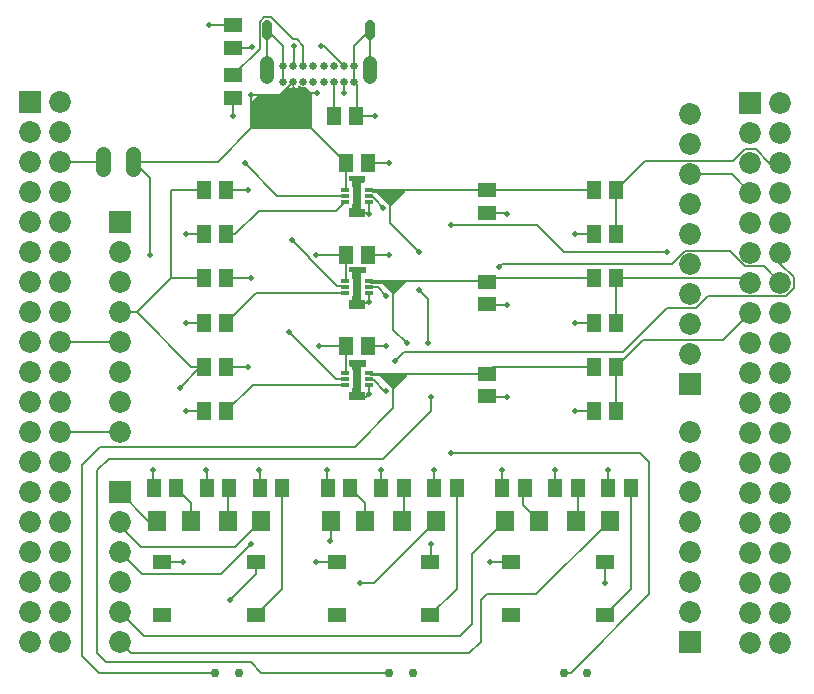
<source format=gtl>
G04 EAGLE Gerber RS-274X export*
G75*
%MOMM*%
%FSLAX34Y34*%
%LPD*%
%INTop Copper*%
%IPPOS*%
%AMOC8*
5,1,8,0,0,1.08239X$1,22.5*%
G01*
%ADD10R,1.300000X1.500000*%
%ADD11C,0.760000*%
%ADD12R,1.500000X1.300000*%
%ADD13C,1.276000*%
%ADD14R,1.600000X1.803000*%
%ADD15R,1.850000X1.850000*%
%ADD16C,1.850000*%
%ADD17C,0.660000*%
%ADD18C,1.200000*%
%ADD19C,0.860000*%
%ADD20R,1.550000X1.300000*%
%ADD21R,0.660700X0.320000*%
%ADD22R,0.650000X1.650000*%
%ADD23C,0.152400*%
%ADD24C,0.502400*%

G36*
X271020Y486242D02*
X271020Y486242D01*
X271039Y486240D01*
X271141Y486262D01*
X271243Y486279D01*
X271260Y486288D01*
X271280Y486292D01*
X271369Y486345D01*
X271460Y486394D01*
X271474Y486408D01*
X271491Y486418D01*
X271558Y486497D01*
X271630Y486572D01*
X271638Y486590D01*
X271651Y486605D01*
X271690Y486701D01*
X271733Y486795D01*
X271735Y486815D01*
X271743Y486833D01*
X271761Y487000D01*
X271761Y517000D01*
X271747Y517090D01*
X271739Y517181D01*
X271727Y517211D01*
X271722Y517243D01*
X271679Y517323D01*
X271643Y517407D01*
X271617Y517439D01*
X271606Y517460D01*
X271583Y517482D01*
X271538Y517538D01*
X267120Y521956D01*
X267046Y522009D01*
X266977Y522069D01*
X266947Y522081D01*
X266921Y522100D01*
X266833Y522127D01*
X266749Y522161D01*
X266708Y522165D01*
X266685Y522172D01*
X266653Y522171D01*
X266582Y522179D01*
X262857Y522179D01*
X262498Y522538D01*
X262424Y522592D01*
X262354Y522651D01*
X262324Y522663D01*
X262298Y522682D01*
X262211Y522709D01*
X262126Y522743D01*
X262085Y522747D01*
X262063Y522754D01*
X262031Y522753D01*
X261959Y522761D01*
X260837Y522761D01*
X260747Y522747D01*
X260656Y522739D01*
X260626Y522727D01*
X260594Y522722D01*
X260513Y522679D01*
X260429Y522643D01*
X260397Y522617D01*
X260376Y522606D01*
X260354Y522583D01*
X260298Y522538D01*
X259973Y522213D01*
X259017Y521574D01*
X257954Y521134D01*
X257249Y520994D01*
X257249Y522000D01*
X257246Y522020D01*
X257248Y522039D01*
X257226Y522141D01*
X257210Y522243D01*
X257200Y522260D01*
X257196Y522280D01*
X257143Y522369D01*
X257094Y522460D01*
X257080Y522474D01*
X257070Y522491D01*
X256991Y522558D01*
X256916Y522630D01*
X256898Y522638D01*
X256883Y522651D01*
X256787Y522690D01*
X256693Y522733D01*
X256673Y522735D01*
X256655Y522743D01*
X256488Y522761D01*
X256012Y522761D01*
X255992Y522758D01*
X255972Y522760D01*
X255871Y522738D01*
X255769Y522722D01*
X255752Y522712D01*
X255732Y522708D01*
X255643Y522655D01*
X255552Y522606D01*
X255538Y522592D01*
X255521Y522582D01*
X255454Y522503D01*
X255382Y522428D01*
X255374Y522410D01*
X255361Y522395D01*
X255322Y522299D01*
X255279Y522205D01*
X255277Y522185D01*
X255269Y522167D01*
X255251Y522000D01*
X255251Y520994D01*
X254546Y521134D01*
X253483Y521574D01*
X252527Y522213D01*
X252202Y522538D01*
X252128Y522591D01*
X252058Y522651D01*
X252028Y522663D01*
X252002Y522682D01*
X251915Y522709D01*
X251830Y522743D01*
X251789Y522747D01*
X251767Y522754D01*
X251735Y522753D01*
X251663Y522761D01*
X251000Y522761D01*
X250910Y522747D01*
X250819Y522739D01*
X250789Y522727D01*
X250757Y522722D01*
X250677Y522679D01*
X250593Y522643D01*
X250561Y522617D01*
X250540Y522606D01*
X250518Y522583D01*
X250462Y522538D01*
X243685Y515761D01*
X227000Y515761D01*
X226910Y515747D01*
X226819Y515739D01*
X226789Y515727D01*
X226757Y515722D01*
X226677Y515679D01*
X226593Y515643D01*
X226561Y515617D01*
X226540Y515606D01*
X226518Y515583D01*
X226462Y515538D01*
X219462Y508538D01*
X219409Y508464D01*
X219349Y508395D01*
X219337Y508365D01*
X219318Y508339D01*
X219291Y508252D01*
X219257Y508167D01*
X219253Y508126D01*
X219246Y508103D01*
X219247Y508071D01*
X219239Y508000D01*
X219239Y488000D01*
X219254Y487910D01*
X219261Y487819D01*
X219273Y487789D01*
X219279Y487757D01*
X219321Y487677D01*
X219357Y487593D01*
X219383Y487561D01*
X219394Y487540D01*
X219417Y487518D01*
X219462Y487462D01*
X220462Y486462D01*
X220536Y486409D01*
X220605Y486349D01*
X220635Y486337D01*
X220661Y486318D01*
X220748Y486291D01*
X220833Y486257D01*
X220874Y486253D01*
X220897Y486246D01*
X220929Y486247D01*
X221000Y486239D01*
X271000Y486239D01*
X271020Y486242D01*
G37*
G36*
X341039Y266250D02*
X341039Y266250D01*
X341142Y266252D01*
X341161Y266259D01*
X341181Y266261D01*
X341276Y266301D01*
X341373Y266337D01*
X341389Y266349D01*
X341407Y266357D01*
X341538Y266462D01*
X352538Y277462D01*
X352591Y277536D01*
X352651Y277605D01*
X352663Y277635D01*
X352682Y277661D01*
X352709Y277748D01*
X352743Y277833D01*
X352747Y277874D01*
X352754Y277897D01*
X352753Y277929D01*
X352761Y278000D01*
X352761Y279000D01*
X352758Y279020D01*
X352760Y279039D01*
X352738Y279141D01*
X352722Y279243D01*
X352712Y279260D01*
X352708Y279280D01*
X352655Y279369D01*
X352606Y279460D01*
X352592Y279474D01*
X352582Y279491D01*
X352503Y279558D01*
X352428Y279630D01*
X352410Y279638D01*
X352395Y279651D01*
X352299Y279690D01*
X352205Y279733D01*
X352185Y279735D01*
X352167Y279743D01*
X352000Y279761D01*
X330000Y279761D01*
X329980Y279758D01*
X329961Y279760D01*
X329859Y279738D01*
X329757Y279722D01*
X329740Y279712D01*
X329720Y279708D01*
X329631Y279655D01*
X329540Y279606D01*
X329526Y279592D01*
X329509Y279582D01*
X329442Y279503D01*
X329371Y279428D01*
X329362Y279410D01*
X329349Y279395D01*
X329310Y279299D01*
X329267Y279205D01*
X329265Y279185D01*
X329257Y279167D01*
X329239Y279000D01*
X329239Y278000D01*
X329254Y277910D01*
X329261Y277819D01*
X329273Y277789D01*
X329279Y277757D01*
X329321Y277677D01*
X329357Y277593D01*
X329383Y277561D01*
X329394Y277540D01*
X329417Y277518D01*
X329462Y277462D01*
X340462Y266462D01*
X340478Y266450D01*
X340490Y266435D01*
X340578Y266378D01*
X340661Y266318D01*
X340680Y266312D01*
X340697Y266302D01*
X340798Y266276D01*
X340897Y266246D01*
X340916Y266246D01*
X340936Y266241D01*
X341039Y266250D01*
G37*
G36*
X338039Y421250D02*
X338039Y421250D01*
X338142Y421252D01*
X338161Y421259D01*
X338181Y421261D01*
X338276Y421301D01*
X338373Y421337D01*
X338389Y421349D01*
X338407Y421357D01*
X338538Y421462D01*
X350538Y433462D01*
X350580Y433520D01*
X350630Y433572D01*
X350652Y433619D01*
X350682Y433661D01*
X350703Y433730D01*
X350733Y433795D01*
X350739Y433847D01*
X350754Y433897D01*
X350752Y433968D01*
X350760Y434039D01*
X350749Y434090D01*
X350748Y434142D01*
X350723Y434210D01*
X350708Y434280D01*
X350681Y434324D01*
X350663Y434373D01*
X350619Y434429D01*
X350582Y434491D01*
X350542Y434525D01*
X350510Y434565D01*
X350449Y434604D01*
X350395Y434651D01*
X350347Y434670D01*
X350303Y434698D01*
X350233Y434716D01*
X350167Y434743D01*
X350095Y434751D01*
X350064Y434759D01*
X350041Y434757D01*
X350000Y434761D01*
X328000Y434761D01*
X327980Y434758D01*
X327961Y434760D01*
X327859Y434738D01*
X327757Y434722D01*
X327740Y434712D01*
X327720Y434708D01*
X327631Y434655D01*
X327540Y434606D01*
X327526Y434592D01*
X327509Y434582D01*
X327442Y434503D01*
X327371Y434428D01*
X327362Y434410D01*
X327349Y434395D01*
X327310Y434299D01*
X327267Y434205D01*
X327265Y434185D01*
X327257Y434167D01*
X327239Y434000D01*
X327239Y432000D01*
X327254Y431910D01*
X327261Y431819D01*
X327273Y431789D01*
X327279Y431757D01*
X327321Y431677D01*
X327357Y431593D01*
X327383Y431561D01*
X327394Y431540D01*
X327417Y431518D01*
X327462Y431462D01*
X337462Y421462D01*
X337478Y421450D01*
X337490Y421435D01*
X337578Y421378D01*
X337661Y421318D01*
X337680Y421312D01*
X337697Y421302D01*
X337798Y421276D01*
X337897Y421246D01*
X337916Y421246D01*
X337936Y421241D01*
X338039Y421250D01*
G37*
G36*
X342090Y347254D02*
X342090Y347254D01*
X342181Y347261D01*
X342211Y347273D01*
X342243Y347279D01*
X342323Y347321D01*
X342407Y347357D01*
X342439Y347383D01*
X342460Y347394D01*
X342482Y347417D01*
X342538Y347462D01*
X351538Y356462D01*
X351580Y356520D01*
X351630Y356572D01*
X351652Y356619D01*
X351682Y356661D01*
X351703Y356730D01*
X351733Y356795D01*
X351739Y356847D01*
X351754Y356897D01*
X351752Y356968D01*
X351760Y357039D01*
X351749Y357090D01*
X351748Y357142D01*
X351723Y357210D01*
X351708Y357280D01*
X351681Y357324D01*
X351663Y357373D01*
X351619Y357429D01*
X351582Y357491D01*
X351542Y357525D01*
X351510Y357565D01*
X351449Y357604D01*
X351395Y357651D01*
X351347Y357670D01*
X351303Y357698D01*
X351233Y357716D01*
X351167Y357743D01*
X351095Y357751D01*
X351064Y357759D01*
X351041Y357757D01*
X351000Y357761D01*
X331000Y357761D01*
X330929Y357750D01*
X330858Y357748D01*
X330809Y357730D01*
X330757Y357722D01*
X330694Y357688D01*
X330627Y357663D01*
X330586Y357631D01*
X330540Y357606D01*
X330491Y357555D01*
X330435Y357510D01*
X330406Y357466D01*
X330371Y357428D01*
X330340Y357363D01*
X330302Y357303D01*
X330289Y357252D01*
X330267Y357205D01*
X330259Y357134D01*
X330241Y357064D01*
X330246Y357012D01*
X330240Y356961D01*
X330255Y356890D01*
X330261Y356819D01*
X330281Y356771D01*
X330292Y356720D01*
X330329Y356659D01*
X330357Y356593D01*
X330402Y356537D01*
X330418Y356509D01*
X330436Y356494D01*
X330462Y356462D01*
X339462Y347462D01*
X339536Y347409D01*
X339605Y347349D01*
X339635Y347337D01*
X339661Y347318D01*
X339748Y347291D01*
X339833Y347257D01*
X339874Y347253D01*
X339897Y347246D01*
X339929Y347247D01*
X340000Y347239D01*
X342000Y347239D01*
X342090Y347254D01*
G37*
G36*
X316020Y334242D02*
X316020Y334242D01*
X316039Y334240D01*
X316141Y334262D01*
X316243Y334279D01*
X316260Y334288D01*
X316280Y334292D01*
X316369Y334345D01*
X316460Y334394D01*
X316474Y334408D01*
X316491Y334418D01*
X316558Y334497D01*
X316630Y334572D01*
X316638Y334590D01*
X316651Y334605D01*
X316690Y334701D01*
X316733Y334795D01*
X316735Y334815D01*
X316743Y334833D01*
X316761Y335000D01*
X316761Y341000D01*
X316758Y341020D01*
X316760Y341039D01*
X316738Y341141D01*
X316722Y341243D01*
X316712Y341260D01*
X316708Y341280D01*
X316655Y341369D01*
X316606Y341460D01*
X316592Y341474D01*
X316582Y341491D01*
X316503Y341558D01*
X316428Y341630D01*
X316410Y341638D01*
X316395Y341651D01*
X316299Y341690D01*
X316205Y341733D01*
X316185Y341735D01*
X316167Y341743D01*
X316000Y341761D01*
X313761Y341761D01*
X313761Y345000D01*
X313758Y345020D01*
X313760Y345039D01*
X313738Y345141D01*
X313722Y345243D01*
X313712Y345260D01*
X313708Y345280D01*
X313655Y345369D01*
X313606Y345460D01*
X313592Y345474D01*
X313582Y345491D01*
X313503Y345558D01*
X313428Y345630D01*
X313410Y345638D01*
X313395Y345651D01*
X313299Y345690D01*
X313205Y345733D01*
X313185Y345735D01*
X313167Y345743D01*
X313000Y345761D01*
X307000Y345761D01*
X306980Y345758D01*
X306961Y345760D01*
X306859Y345738D01*
X306757Y345722D01*
X306740Y345712D01*
X306720Y345708D01*
X306631Y345655D01*
X306540Y345606D01*
X306526Y345592D01*
X306509Y345582D01*
X306442Y345503D01*
X306371Y345428D01*
X306362Y345410D01*
X306349Y345395D01*
X306310Y345299D01*
X306267Y345205D01*
X306265Y345185D01*
X306257Y345167D01*
X306239Y345000D01*
X306239Y341761D01*
X304000Y341761D01*
X303980Y341758D01*
X303961Y341760D01*
X303859Y341738D01*
X303757Y341722D01*
X303740Y341712D01*
X303720Y341708D01*
X303631Y341655D01*
X303540Y341606D01*
X303526Y341592D01*
X303509Y341582D01*
X303442Y341503D01*
X303371Y341428D01*
X303362Y341410D01*
X303349Y341395D01*
X303310Y341299D01*
X303267Y341205D01*
X303265Y341185D01*
X303257Y341167D01*
X303239Y341000D01*
X303239Y335000D01*
X303242Y334980D01*
X303240Y334961D01*
X303262Y334859D01*
X303279Y334757D01*
X303288Y334740D01*
X303292Y334720D01*
X303345Y334631D01*
X303394Y334540D01*
X303408Y334526D01*
X303418Y334509D01*
X303497Y334442D01*
X303572Y334371D01*
X303590Y334362D01*
X303605Y334349D01*
X303701Y334310D01*
X303795Y334267D01*
X303815Y334265D01*
X303833Y334257D01*
X304000Y334239D01*
X316000Y334239D01*
X316020Y334242D01*
G37*
G36*
X316020Y412242D02*
X316020Y412242D01*
X316039Y412240D01*
X316141Y412262D01*
X316243Y412279D01*
X316260Y412288D01*
X316280Y412292D01*
X316369Y412345D01*
X316460Y412394D01*
X316474Y412408D01*
X316491Y412418D01*
X316558Y412497D01*
X316630Y412572D01*
X316638Y412590D01*
X316651Y412605D01*
X316690Y412701D01*
X316733Y412795D01*
X316735Y412815D01*
X316743Y412833D01*
X316761Y413000D01*
X316761Y418000D01*
X316758Y418020D01*
X316760Y418039D01*
X316738Y418141D01*
X316722Y418243D01*
X316712Y418260D01*
X316708Y418280D01*
X316655Y418369D01*
X316606Y418460D01*
X316592Y418474D01*
X316582Y418491D01*
X316503Y418558D01*
X316428Y418630D01*
X316410Y418638D01*
X316395Y418651D01*
X316299Y418690D01*
X316205Y418733D01*
X316185Y418735D01*
X316167Y418743D01*
X316000Y418761D01*
X313761Y418761D01*
X313761Y423000D01*
X313758Y423020D01*
X313760Y423039D01*
X313738Y423141D01*
X313722Y423243D01*
X313712Y423260D01*
X313708Y423280D01*
X313655Y423369D01*
X313606Y423460D01*
X313592Y423474D01*
X313582Y423491D01*
X313503Y423558D01*
X313428Y423630D01*
X313410Y423638D01*
X313395Y423651D01*
X313299Y423690D01*
X313205Y423733D01*
X313185Y423735D01*
X313167Y423743D01*
X313000Y423761D01*
X307000Y423761D01*
X306980Y423758D01*
X306961Y423760D01*
X306859Y423738D01*
X306757Y423722D01*
X306740Y423712D01*
X306720Y423708D01*
X306631Y423655D01*
X306540Y423606D01*
X306526Y423592D01*
X306509Y423582D01*
X306442Y423503D01*
X306371Y423428D01*
X306362Y423410D01*
X306349Y423395D01*
X306310Y423299D01*
X306267Y423205D01*
X306265Y423185D01*
X306257Y423167D01*
X306239Y423000D01*
X306239Y419761D01*
X304000Y419761D01*
X303980Y419758D01*
X303961Y419760D01*
X303859Y419738D01*
X303757Y419722D01*
X303740Y419712D01*
X303720Y419708D01*
X303631Y419655D01*
X303540Y419606D01*
X303526Y419592D01*
X303509Y419582D01*
X303442Y419503D01*
X303371Y419428D01*
X303362Y419410D01*
X303349Y419395D01*
X303310Y419299D01*
X303267Y419205D01*
X303265Y419185D01*
X303257Y419167D01*
X303239Y419000D01*
X303239Y413000D01*
X303242Y412980D01*
X303240Y412961D01*
X303262Y412859D01*
X303279Y412757D01*
X303288Y412740D01*
X303292Y412720D01*
X303345Y412631D01*
X303394Y412540D01*
X303408Y412526D01*
X303418Y412509D01*
X303497Y412442D01*
X303572Y412371D01*
X303590Y412362D01*
X303605Y412349D01*
X303701Y412310D01*
X303795Y412267D01*
X303815Y412265D01*
X303833Y412257D01*
X304000Y412239D01*
X316000Y412239D01*
X316020Y412242D01*
G37*
G36*
X316020Y257242D02*
X316020Y257242D01*
X316039Y257240D01*
X316141Y257262D01*
X316243Y257279D01*
X316260Y257288D01*
X316280Y257292D01*
X316369Y257345D01*
X316460Y257394D01*
X316474Y257408D01*
X316491Y257418D01*
X316558Y257497D01*
X316630Y257572D01*
X316638Y257590D01*
X316651Y257605D01*
X316690Y257701D01*
X316733Y257795D01*
X316735Y257815D01*
X316743Y257833D01*
X316761Y258000D01*
X316761Y263000D01*
X316758Y263020D01*
X316760Y263039D01*
X316738Y263141D01*
X316722Y263243D01*
X316712Y263260D01*
X316708Y263280D01*
X316655Y263369D01*
X316606Y263460D01*
X316592Y263474D01*
X316582Y263491D01*
X316503Y263558D01*
X316428Y263630D01*
X316410Y263638D01*
X316395Y263651D01*
X316299Y263690D01*
X316205Y263733D01*
X316185Y263735D01*
X316167Y263743D01*
X316000Y263761D01*
X313761Y263761D01*
X313761Y267000D01*
X313758Y267020D01*
X313760Y267039D01*
X313738Y267141D01*
X313722Y267243D01*
X313712Y267260D01*
X313708Y267280D01*
X313655Y267369D01*
X313606Y267460D01*
X313592Y267474D01*
X313582Y267491D01*
X313503Y267558D01*
X313428Y267630D01*
X313410Y267638D01*
X313395Y267651D01*
X313299Y267690D01*
X313205Y267733D01*
X313185Y267735D01*
X313167Y267743D01*
X313000Y267761D01*
X307000Y267761D01*
X306980Y267758D01*
X306961Y267760D01*
X306859Y267738D01*
X306757Y267722D01*
X306740Y267712D01*
X306720Y267708D01*
X306631Y267655D01*
X306540Y267606D01*
X306526Y267592D01*
X306509Y267582D01*
X306442Y267503D01*
X306371Y267428D01*
X306362Y267410D01*
X306349Y267395D01*
X306310Y267299D01*
X306267Y267205D01*
X306265Y267185D01*
X306257Y267167D01*
X306239Y267000D01*
X306239Y263761D01*
X304000Y263761D01*
X303980Y263758D01*
X303961Y263760D01*
X303859Y263738D01*
X303757Y263722D01*
X303740Y263712D01*
X303720Y263708D01*
X303631Y263655D01*
X303540Y263606D01*
X303526Y263592D01*
X303509Y263582D01*
X303442Y263503D01*
X303371Y263428D01*
X303362Y263410D01*
X303349Y263395D01*
X303310Y263299D01*
X303267Y263205D01*
X303265Y263185D01*
X303257Y263167D01*
X303239Y263000D01*
X303239Y258000D01*
X303242Y257980D01*
X303240Y257961D01*
X303262Y257859D01*
X303279Y257757D01*
X303288Y257740D01*
X303292Y257720D01*
X303345Y257631D01*
X303394Y257540D01*
X303408Y257526D01*
X303418Y257509D01*
X303497Y257442D01*
X303572Y257371D01*
X303590Y257362D01*
X303605Y257349D01*
X303701Y257310D01*
X303795Y257267D01*
X303815Y257265D01*
X303833Y257257D01*
X304000Y257239D01*
X316000Y257239D01*
X316020Y257242D01*
G37*
G36*
X313020Y359242D02*
X313020Y359242D01*
X313039Y359240D01*
X313141Y359262D01*
X313243Y359279D01*
X313260Y359288D01*
X313280Y359292D01*
X313369Y359345D01*
X313460Y359394D01*
X313474Y359408D01*
X313491Y359418D01*
X313558Y359497D01*
X313630Y359572D01*
X313638Y359590D01*
X313651Y359605D01*
X313690Y359701D01*
X313733Y359795D01*
X313735Y359815D01*
X313743Y359833D01*
X313761Y360000D01*
X313761Y364239D01*
X317000Y364239D01*
X317020Y364242D01*
X317039Y364240D01*
X317141Y364262D01*
X317243Y364279D01*
X317260Y364288D01*
X317280Y364292D01*
X317369Y364345D01*
X317460Y364394D01*
X317474Y364408D01*
X317491Y364418D01*
X317558Y364497D01*
X317630Y364572D01*
X317638Y364590D01*
X317651Y364605D01*
X317690Y364701D01*
X317733Y364795D01*
X317735Y364815D01*
X317743Y364833D01*
X317761Y365000D01*
X317761Y369000D01*
X317758Y369020D01*
X317760Y369039D01*
X317738Y369141D01*
X317722Y369243D01*
X317712Y369260D01*
X317708Y369280D01*
X317655Y369369D01*
X317606Y369460D01*
X317592Y369474D01*
X317582Y369491D01*
X317503Y369558D01*
X317428Y369630D01*
X317410Y369638D01*
X317395Y369651D01*
X317299Y369690D01*
X317205Y369733D01*
X317185Y369735D01*
X317167Y369743D01*
X317000Y369761D01*
X304000Y369761D01*
X303980Y369758D01*
X303961Y369760D01*
X303859Y369738D01*
X303757Y369722D01*
X303740Y369712D01*
X303720Y369708D01*
X303631Y369655D01*
X303540Y369606D01*
X303526Y369592D01*
X303509Y369582D01*
X303442Y369503D01*
X303371Y369428D01*
X303362Y369410D01*
X303349Y369395D01*
X303310Y369299D01*
X303267Y369205D01*
X303265Y369185D01*
X303257Y369167D01*
X303239Y369000D01*
X303239Y366000D01*
X303242Y365980D01*
X303240Y365961D01*
X303262Y365859D01*
X303279Y365757D01*
X303288Y365740D01*
X303292Y365720D01*
X303345Y365631D01*
X303394Y365540D01*
X303408Y365526D01*
X303418Y365509D01*
X303497Y365442D01*
X303572Y365371D01*
X303590Y365362D01*
X303605Y365349D01*
X303701Y365310D01*
X303795Y365267D01*
X303815Y365265D01*
X303833Y365257D01*
X304000Y365239D01*
X306239Y365239D01*
X306239Y360000D01*
X306242Y359980D01*
X306240Y359961D01*
X306262Y359859D01*
X306279Y359757D01*
X306288Y359740D01*
X306292Y359720D01*
X306345Y359631D01*
X306394Y359540D01*
X306408Y359526D01*
X306418Y359509D01*
X306497Y359442D01*
X306572Y359371D01*
X306590Y359362D01*
X306605Y359349D01*
X306701Y359310D01*
X306795Y359267D01*
X306815Y359265D01*
X306833Y359257D01*
X307000Y359239D01*
X313000Y359239D01*
X313020Y359242D01*
G37*
G36*
X313020Y437242D02*
X313020Y437242D01*
X313039Y437240D01*
X313141Y437262D01*
X313243Y437279D01*
X313260Y437288D01*
X313280Y437292D01*
X313369Y437345D01*
X313460Y437394D01*
X313474Y437408D01*
X313491Y437418D01*
X313558Y437497D01*
X313630Y437572D01*
X313638Y437590D01*
X313651Y437605D01*
X313690Y437701D01*
X313733Y437795D01*
X313735Y437815D01*
X313743Y437833D01*
X313761Y438000D01*
X313761Y441239D01*
X316000Y441239D01*
X316020Y441242D01*
X316039Y441240D01*
X316141Y441262D01*
X316243Y441279D01*
X316260Y441288D01*
X316280Y441292D01*
X316369Y441345D01*
X316460Y441394D01*
X316474Y441408D01*
X316491Y441418D01*
X316558Y441497D01*
X316630Y441572D01*
X316638Y441590D01*
X316651Y441605D01*
X316690Y441701D01*
X316733Y441795D01*
X316735Y441815D01*
X316743Y441833D01*
X316761Y442000D01*
X316761Y446000D01*
X316758Y446020D01*
X316760Y446039D01*
X316738Y446141D01*
X316722Y446243D01*
X316712Y446260D01*
X316708Y446280D01*
X316655Y446369D01*
X316606Y446460D01*
X316592Y446474D01*
X316582Y446491D01*
X316503Y446558D01*
X316428Y446630D01*
X316410Y446638D01*
X316395Y446651D01*
X316299Y446690D01*
X316205Y446733D01*
X316185Y446735D01*
X316167Y446743D01*
X316000Y446761D01*
X304000Y446761D01*
X303980Y446758D01*
X303961Y446760D01*
X303859Y446738D01*
X303757Y446722D01*
X303740Y446712D01*
X303720Y446708D01*
X303631Y446655D01*
X303540Y446606D01*
X303526Y446592D01*
X303509Y446582D01*
X303442Y446503D01*
X303371Y446428D01*
X303362Y446410D01*
X303349Y446395D01*
X303310Y446299D01*
X303267Y446205D01*
X303265Y446185D01*
X303257Y446167D01*
X303239Y446000D01*
X303239Y443000D01*
X303242Y442980D01*
X303240Y442961D01*
X303262Y442859D01*
X303279Y442757D01*
X303288Y442740D01*
X303292Y442720D01*
X303345Y442631D01*
X303394Y442540D01*
X303408Y442526D01*
X303418Y442509D01*
X303497Y442442D01*
X303572Y442371D01*
X303590Y442362D01*
X303605Y442349D01*
X303701Y442310D01*
X303795Y442267D01*
X303815Y442265D01*
X303833Y442257D01*
X304000Y442239D01*
X305685Y442239D01*
X306239Y441685D01*
X306239Y438000D01*
X306242Y437980D01*
X306240Y437961D01*
X306262Y437859D01*
X306279Y437757D01*
X306288Y437740D01*
X306292Y437720D01*
X306345Y437631D01*
X306394Y437540D01*
X306408Y437526D01*
X306418Y437509D01*
X306497Y437442D01*
X306572Y437371D01*
X306590Y437362D01*
X306605Y437349D01*
X306701Y437310D01*
X306795Y437267D01*
X306815Y437265D01*
X306833Y437257D01*
X307000Y437239D01*
X313000Y437239D01*
X313020Y437242D01*
G37*
G36*
X313020Y282242D02*
X313020Y282242D01*
X313039Y282240D01*
X313141Y282262D01*
X313243Y282279D01*
X313260Y282288D01*
X313280Y282292D01*
X313369Y282345D01*
X313460Y282394D01*
X313474Y282408D01*
X313491Y282418D01*
X313558Y282497D01*
X313630Y282572D01*
X313638Y282590D01*
X313651Y282605D01*
X313690Y282701D01*
X313733Y282795D01*
X313735Y282815D01*
X313743Y282833D01*
X313761Y283000D01*
X313761Y285239D01*
X317000Y285239D01*
X317020Y285242D01*
X317039Y285240D01*
X317141Y285262D01*
X317243Y285279D01*
X317260Y285288D01*
X317280Y285292D01*
X317369Y285345D01*
X317460Y285394D01*
X317474Y285408D01*
X317491Y285418D01*
X317558Y285497D01*
X317630Y285572D01*
X317638Y285590D01*
X317651Y285605D01*
X317690Y285701D01*
X317733Y285795D01*
X317735Y285815D01*
X317743Y285833D01*
X317761Y286000D01*
X317761Y290000D01*
X317758Y290020D01*
X317760Y290039D01*
X317738Y290141D01*
X317722Y290243D01*
X317712Y290260D01*
X317708Y290280D01*
X317655Y290369D01*
X317606Y290460D01*
X317592Y290474D01*
X317582Y290491D01*
X317503Y290558D01*
X317428Y290630D01*
X317410Y290638D01*
X317395Y290651D01*
X317299Y290690D01*
X317205Y290733D01*
X317185Y290735D01*
X317167Y290743D01*
X317000Y290761D01*
X304000Y290761D01*
X303980Y290758D01*
X303961Y290760D01*
X303859Y290738D01*
X303757Y290722D01*
X303740Y290712D01*
X303720Y290708D01*
X303631Y290655D01*
X303540Y290606D01*
X303526Y290592D01*
X303509Y290582D01*
X303442Y290503D01*
X303371Y290428D01*
X303362Y290410D01*
X303349Y290395D01*
X303310Y290299D01*
X303267Y290205D01*
X303265Y290185D01*
X303257Y290167D01*
X303239Y290000D01*
X303239Y287000D01*
X303254Y286910D01*
X303261Y286819D01*
X303273Y286789D01*
X303279Y286757D01*
X303321Y286677D01*
X303357Y286593D01*
X303383Y286561D01*
X303394Y286540D01*
X303417Y286518D01*
X303462Y286462D01*
X304462Y285462D01*
X304536Y285409D01*
X304605Y285349D01*
X304635Y285337D01*
X304661Y285318D01*
X304748Y285291D01*
X304833Y285257D01*
X304874Y285253D01*
X304897Y285246D01*
X304929Y285247D01*
X305000Y285239D01*
X306239Y285239D01*
X306239Y283000D01*
X306242Y282980D01*
X306240Y282961D01*
X306262Y282859D01*
X306279Y282757D01*
X306288Y282740D01*
X306292Y282720D01*
X306345Y282631D01*
X306394Y282540D01*
X306408Y282526D01*
X306418Y282509D01*
X306497Y282442D01*
X306572Y282371D01*
X306590Y282362D01*
X306605Y282349D01*
X306701Y282310D01*
X306795Y282267D01*
X306815Y282265D01*
X306833Y282257D01*
X307000Y282239D01*
X313000Y282239D01*
X313020Y282242D01*
G37*
D10*
X300500Y380000D03*
X319500Y380000D03*
D11*
X337500Y26000D03*
X357500Y26000D03*
D12*
X205000Y555500D03*
X205000Y574500D03*
D10*
X300500Y457500D03*
X319500Y457500D03*
X300500Y302500D03*
X319500Y302500D03*
D12*
X420000Y279500D03*
X420000Y260500D03*
X420000Y357000D03*
X420000Y338000D03*
X420000Y434500D03*
X420000Y415500D03*
D11*
X190000Y26000D03*
X210000Y26000D03*
X485000Y26000D03*
X505000Y26000D03*
D13*
X120700Y452620D02*
X120700Y465380D01*
X95300Y465380D02*
X95300Y452620D01*
D14*
X140780Y155000D03*
X169220Y155000D03*
X288280Y155000D03*
X316720Y155000D03*
X435780Y155000D03*
X464220Y155000D03*
X229220Y155000D03*
X200780Y155000D03*
X376720Y155000D03*
X348280Y155000D03*
X524220Y155000D03*
X495780Y155000D03*
D15*
X109700Y178800D03*
D16*
X109700Y153400D03*
X109700Y128000D03*
X109700Y102600D03*
X109700Y77200D03*
X109700Y51800D03*
D15*
X109700Y407400D03*
D16*
X109700Y382000D03*
X109700Y356600D03*
X109700Y331200D03*
X109700Y305800D03*
X109700Y280400D03*
X109700Y255000D03*
X109700Y229600D03*
D15*
X33500Y509000D03*
D16*
X58900Y509000D03*
X33500Y483600D03*
X58900Y483600D03*
X33500Y458200D03*
X58900Y458200D03*
X33500Y432800D03*
X58900Y432800D03*
X33500Y407400D03*
X58900Y407400D03*
X33500Y382000D03*
X58900Y382000D03*
X33500Y356600D03*
X58900Y356600D03*
X33500Y331200D03*
X58900Y331200D03*
X33500Y305800D03*
X58900Y305800D03*
X33500Y280400D03*
X58900Y280400D03*
X33500Y255000D03*
X58900Y255000D03*
X33500Y229600D03*
X58900Y229600D03*
X33500Y204200D03*
X58900Y204200D03*
X33500Y178800D03*
X58900Y178800D03*
X33500Y153400D03*
X58900Y153400D03*
X33500Y128000D03*
X58900Y128000D03*
X33500Y102600D03*
X58900Y102600D03*
X33500Y77200D03*
X58900Y77200D03*
X33500Y51800D03*
X58900Y51800D03*
D15*
X592300Y270240D03*
D16*
X592300Y295640D03*
X592300Y321040D03*
X592300Y346440D03*
X592300Y371840D03*
X592300Y397240D03*
X592300Y422640D03*
X592300Y448040D03*
X592300Y473440D03*
X592300Y498840D03*
X592300Y102600D03*
X592300Y128000D03*
X592300Y153400D03*
X592300Y178800D03*
X592300Y204200D03*
X592300Y229600D03*
D15*
X592300Y51800D03*
D16*
X592300Y77200D03*
D15*
X643100Y508750D03*
D16*
X668500Y508750D03*
X643100Y483350D03*
X668500Y483350D03*
X643100Y457950D03*
X668500Y457950D03*
X643100Y432550D03*
X668500Y432550D03*
X643100Y407150D03*
X668500Y407150D03*
X643100Y381750D03*
X668500Y381750D03*
X643100Y356350D03*
X668500Y356350D03*
X643100Y330950D03*
X668500Y330950D03*
X643100Y305550D03*
X668500Y305550D03*
X643100Y280150D03*
X668500Y280150D03*
X643100Y254750D03*
X668500Y254750D03*
X643100Y229350D03*
X668500Y229350D03*
X643100Y203950D03*
X668500Y203950D03*
X643100Y178550D03*
X668500Y178550D03*
X643100Y153150D03*
X668500Y153150D03*
X643100Y127750D03*
X668500Y127750D03*
X643100Y102350D03*
X668500Y102350D03*
X643100Y76950D03*
X668500Y76950D03*
X643100Y51550D03*
X668500Y51550D03*
D12*
X205000Y513000D03*
X205000Y532000D03*
D10*
X510500Y247500D03*
X529500Y247500D03*
X510500Y360000D03*
X529500Y360000D03*
X510500Y322500D03*
X529500Y322500D03*
X510500Y435000D03*
X529500Y435000D03*
X510500Y397500D03*
X529500Y397500D03*
X349500Y182500D03*
X330500Y182500D03*
X452000Y182500D03*
X433000Y182500D03*
X497000Y183000D03*
X478000Y183000D03*
X228000Y182500D03*
X247000Y182500D03*
X375500Y182500D03*
X394500Y182500D03*
X309500Y497500D03*
X290500Y497500D03*
X523000Y182500D03*
X542000Y182500D03*
X199500Y285000D03*
X180500Y285000D03*
X199500Y360000D03*
X180500Y360000D03*
X199500Y435000D03*
X180500Y435000D03*
X180500Y247500D03*
X199500Y247500D03*
X180500Y322500D03*
X199500Y322500D03*
X180500Y397500D03*
X199500Y397500D03*
X157000Y182500D03*
X138000Y182500D03*
X202000Y182500D03*
X183000Y182500D03*
X304500Y182500D03*
X285500Y182500D03*
X510500Y285000D03*
X529500Y285000D03*
D17*
X307250Y526750D03*
X298750Y526750D03*
X290250Y526750D03*
X281750Y526750D03*
X273250Y526750D03*
X264750Y526750D03*
X256250Y526750D03*
X247750Y526750D03*
X307250Y540250D03*
X298750Y540250D03*
X290250Y540250D03*
X281750Y540250D03*
X273250Y540250D03*
X264750Y540250D03*
X256250Y540250D03*
X247750Y540250D03*
D18*
X320750Y542550D02*
X320750Y530550D01*
X234250Y530550D02*
X234250Y542550D01*
D19*
X320750Y566050D02*
X320750Y574650D01*
X234250Y574650D02*
X234250Y566050D01*
D20*
X145250Y120000D03*
X145250Y75000D03*
X224750Y120000D03*
X224750Y75000D03*
X292750Y120000D03*
X292750Y75000D03*
X372250Y120000D03*
X372250Y75000D03*
X440250Y120000D03*
X440250Y75000D03*
X519750Y120000D03*
X519750Y75000D03*
D21*
X320256Y270000D03*
X320256Y275000D03*
X320256Y280000D03*
X299744Y280000D03*
X299744Y275000D03*
X299744Y270000D03*
D22*
X310000Y275000D03*
D21*
X320256Y347500D03*
X320256Y352500D03*
X320256Y357500D03*
X299744Y357500D03*
X299744Y352500D03*
X299744Y347500D03*
D22*
X310000Y352500D03*
D21*
X320256Y425000D03*
X320256Y430000D03*
X320256Y435000D03*
X299744Y435000D03*
X299744Y430000D03*
X299744Y425000D03*
D22*
X310000Y430000D03*
D23*
X109700Y305800D02*
X58900Y305800D01*
X165000Y397500D02*
X180500Y397500D01*
D24*
X165000Y397500D03*
D23*
X165000Y322500D02*
X180500Y322500D01*
D24*
X165000Y322500D03*
D23*
X165000Y247500D02*
X180500Y247500D01*
D24*
X165000Y247500D03*
D23*
X420000Y415500D02*
X437000Y415500D01*
X437500Y415000D01*
D24*
X437500Y415000D03*
D23*
X420000Y338000D02*
X420500Y337500D01*
X437500Y337500D01*
D24*
X437500Y337500D03*
D23*
X420000Y260500D02*
X420500Y260000D01*
X437500Y260000D01*
D24*
X437500Y260000D03*
D23*
X495000Y397500D02*
X510500Y397500D01*
D24*
X495000Y397500D03*
D23*
X495000Y322500D02*
X510500Y322500D01*
D24*
X495000Y322500D03*
D23*
X495000Y247500D02*
X510500Y247500D01*
D24*
X495000Y247500D03*
D23*
X523000Y197000D02*
X523000Y182500D01*
X523000Y197000D02*
X522500Y197500D01*
D24*
X522500Y197500D03*
D23*
X375500Y182500D02*
X375000Y183000D01*
X375000Y197500D01*
D24*
X375000Y197500D03*
D23*
X330500Y197000D02*
X330500Y182500D01*
X330500Y197000D02*
X330000Y197500D01*
D24*
X330000Y197500D03*
D23*
X228000Y197000D02*
X228000Y182500D01*
X228000Y197000D02*
X227500Y197500D01*
D24*
X227500Y197500D03*
D23*
X183000Y197000D02*
X183000Y182500D01*
X183000Y197000D02*
X182500Y197500D01*
D24*
X182500Y197500D03*
D23*
X138000Y182500D02*
X137500Y183000D01*
X137500Y197500D01*
D24*
X137500Y197500D03*
D23*
X247750Y556850D02*
X234250Y570350D01*
X247750Y556850D02*
X247750Y540250D01*
X234250Y536550D02*
X234250Y570350D01*
X320750Y570350D02*
X320750Y536550D01*
X307250Y556850D02*
X320750Y570350D01*
X307250Y556850D02*
X307250Y540250D01*
X247750Y540250D02*
X247750Y526750D01*
X307250Y526750D02*
X307250Y540250D01*
X205000Y574500D02*
X185500Y574500D01*
X185000Y575000D01*
D24*
X185000Y575000D03*
D23*
X205000Y513000D02*
X205000Y497500D01*
D24*
X205000Y497500D03*
D23*
X309500Y497500D02*
X310000Y497500D01*
D24*
X325000Y497500D03*
D23*
X310000Y497500D01*
X310000Y524000D02*
X307250Y526750D01*
X310000Y524000D02*
X310000Y497500D01*
X319500Y457500D02*
X337500Y457500D01*
D24*
X337500Y457500D03*
D23*
X337500Y380000D02*
X319500Y380000D01*
D24*
X337500Y380000D03*
D23*
X335000Y302500D02*
X319500Y302500D01*
D24*
X335000Y302500D03*
D23*
X320256Y340256D02*
X320256Y347500D01*
X320256Y340256D02*
X320000Y340000D01*
D24*
X320000Y340000D03*
D23*
X320256Y270000D02*
X320256Y262756D01*
X320000Y262500D01*
D24*
X320000Y262500D03*
D23*
X320256Y415256D02*
X320256Y425000D01*
X320256Y415256D02*
X320000Y415000D01*
D24*
X320000Y415000D03*
D23*
X433000Y197000D02*
X433000Y182500D01*
X433000Y197000D02*
X432500Y197500D01*
D24*
X432500Y197500D03*
D23*
X478000Y197000D02*
X478000Y183000D01*
X478000Y197000D02*
X477500Y197500D01*
D24*
X477500Y197500D03*
X285000Y197500D03*
D23*
X285000Y183000D02*
X285500Y182500D01*
X285000Y183000D02*
X285000Y197500D01*
X310000Y260000D02*
X310000Y275000D01*
X310000Y260000D02*
X317500Y260000D01*
X320000Y262500D01*
X310000Y339000D02*
X310000Y352500D01*
X310000Y339000D02*
X319000Y339000D01*
X320000Y340000D01*
X310000Y416000D02*
X310000Y430000D01*
X310000Y416000D02*
X310744Y415256D01*
X320256Y415256D01*
X109700Y229600D02*
X58900Y229600D01*
X592300Y448040D02*
X627610Y448040D01*
X643100Y432550D01*
X231544Y581382D02*
X227718Y577556D01*
X231544Y581382D02*
X236956Y581382D01*
X227718Y554718D02*
X205000Y532000D01*
X227718Y554718D02*
X227718Y577556D01*
X255913Y562425D02*
X259019Y562425D01*
X264750Y556695D01*
X264750Y540250D01*
X255913Y562425D02*
X236956Y581382D01*
X290250Y497750D02*
X290500Y497500D01*
X290250Y497750D02*
X290250Y526750D01*
X529500Y360000D02*
X529500Y322500D01*
X529500Y360000D02*
X612500Y360000D01*
X614050Y360000D01*
X639450Y360000D01*
X643100Y356350D01*
X638427Y469232D02*
X647773Y469232D01*
X659055Y457950D02*
X668500Y457950D01*
X659055Y457950D02*
X647773Y469232D01*
X638427Y469232D02*
X628517Y459322D01*
X553822Y459322D02*
X529500Y435000D01*
X553822Y459322D02*
X628517Y459322D01*
X529500Y435000D02*
X529500Y397500D01*
X222000Y270000D02*
X199500Y247500D01*
X222000Y270000D02*
X299744Y270000D01*
X207000Y397500D02*
X199500Y397500D01*
X207000Y397500D02*
X227000Y417500D01*
X292244Y417500D02*
X299744Y425000D01*
X292244Y417500D02*
X227000Y417500D01*
X224500Y347500D02*
X199500Y322500D01*
X224500Y347500D02*
X299744Y347500D01*
X220278Y555500D02*
X205000Y555500D01*
X220278Y555500D02*
X221139Y556361D01*
D24*
X221139Y556361D03*
X256611Y556611D03*
D23*
X256611Y540611D01*
X256250Y540250D01*
X256250Y526750D02*
X246500Y517000D01*
D24*
X220000Y515000D03*
D23*
X244500Y515000D01*
X300500Y302500D02*
X300500Y280756D01*
X299744Y280000D01*
X300500Y358256D02*
X300500Y380000D01*
X300500Y358256D02*
X299744Y357500D01*
X300500Y435756D02*
X300500Y457500D01*
X300500Y435756D02*
X299744Y435000D01*
X220000Y515000D02*
X219874Y515000D01*
X120850Y459150D02*
X120700Y459000D01*
X244500Y513500D02*
X300500Y457500D01*
X244500Y513500D02*
X244500Y515000D01*
X275000Y380000D02*
X300500Y380000D01*
D24*
X275000Y380000D03*
X135000Y380000D03*
D23*
X135000Y445000D01*
X120850Y459150D01*
X277500Y302500D02*
X300500Y302500D01*
D24*
X277500Y302500D03*
D23*
X299000Y526500D02*
X298750Y526750D01*
X299000Y526500D02*
X299000Y517000D01*
D24*
X299000Y517000D03*
X276000Y517000D03*
D23*
X246500Y517000D01*
X244500Y515000D01*
X282000Y557000D02*
X298750Y540250D01*
X282000Y557000D02*
X280000Y557000D01*
D24*
X280000Y557000D03*
D23*
X192000Y459000D02*
X120700Y459000D01*
X192000Y459000D02*
X220000Y487000D01*
X220000Y514874D01*
X219874Y515000D01*
X529500Y285000D02*
X529500Y247500D01*
X529500Y285000D02*
X552000Y307500D01*
X619650Y307500D02*
X643100Y330950D01*
X619650Y307500D02*
X552000Y307500D01*
X299744Y275000D02*
X292500Y275000D01*
X252500Y315000D01*
D24*
X252500Y315000D03*
D23*
X217500Y435000D02*
X199500Y435000D01*
D24*
X217500Y435000D03*
X332500Y420000D03*
D23*
X325592Y426909D01*
X325592Y427442D01*
X323033Y430000D01*
X320256Y430000D01*
D24*
X390000Y405000D03*
D23*
X462500Y405000D01*
X485000Y382500D01*
X572500Y382500D01*
D24*
X572500Y382500D03*
D23*
X299744Y430000D02*
X242500Y430000D01*
X215000Y457500D01*
D24*
X215000Y457500D03*
D23*
X217500Y285000D02*
X199500Y285000D01*
D24*
X217500Y285000D03*
X335000Y265000D03*
D23*
X324401Y273632D02*
X321624Y273632D01*
X320256Y275000D01*
X333033Y265000D02*
X335000Y265000D01*
X333033Y265000D02*
X324401Y273632D01*
D24*
X342500Y290000D03*
D23*
X350000Y297500D01*
X673173Y345068D02*
X679782Y351677D01*
X679782Y361023D01*
X668500Y372305D01*
X668500Y381750D01*
X673173Y345068D02*
X606883Y345068D01*
X596973Y335158D02*
X572658Y335158D01*
X596973Y335158D02*
X606883Y345068D01*
X535000Y297500D02*
X350000Y297500D01*
X535000Y297500D02*
X572658Y335158D01*
D24*
X255000Y392500D03*
D23*
X298376Y353868D02*
X299744Y352500D01*
X269186Y377592D02*
X269186Y378314D01*
X255000Y392500D01*
X292910Y353868D02*
X298376Y353868D01*
X292910Y353868D02*
X269186Y377592D01*
X220000Y360000D02*
X199500Y360000D01*
D24*
X220000Y360000D03*
X335000Y345000D03*
D23*
X327500Y352500D01*
X320256Y352500D01*
D24*
X430000Y370000D03*
D23*
X432500Y372500D01*
X577005Y372500D02*
X587627Y383122D01*
X654382Y370468D02*
X668500Y356350D01*
X654382Y370468D02*
X638427Y370468D01*
X625773Y383122D02*
X587627Y383122D01*
X625773Y383122D02*
X638427Y370468D01*
X577005Y372500D02*
X432500Y372500D01*
X180500Y435000D02*
X152500Y435000D01*
X152500Y360000D01*
X180500Y360000D01*
X152500Y360000D02*
X123700Y331200D01*
X109700Y331200D01*
X169900Y285000D02*
X180500Y285000D01*
X169900Y285000D02*
X123700Y331200D01*
X145250Y120000D02*
X162500Y120000D01*
D24*
X162500Y120000D03*
X160000Y267500D03*
D23*
X177500Y285000D01*
X180500Y285000D01*
X275000Y120000D02*
X292750Y120000D01*
D24*
X275000Y120000D03*
D23*
X422500Y120000D02*
X440250Y120000D01*
D24*
X422500Y120000D03*
D23*
X224750Y120000D02*
X224750Y109750D01*
X202500Y87500D01*
D24*
X202500Y87500D03*
D23*
X372250Y120000D02*
X372500Y120250D01*
X372500Y135000D01*
D24*
X372500Y135000D03*
D23*
X519750Y120000D02*
X519750Y102750D01*
X520000Y102500D01*
D24*
X520000Y102500D03*
D23*
X169220Y170280D02*
X157000Y182500D01*
X169220Y170280D02*
X169220Y155000D01*
X200780Y155000D02*
X200780Y181280D01*
X202000Y182500D01*
X304500Y182500D02*
X316720Y170280D01*
X316720Y155000D01*
X349500Y156220D02*
X349500Y182500D01*
X349500Y156220D02*
X348280Y155000D01*
X450780Y181280D02*
X452000Y182500D01*
X450780Y181280D02*
X450780Y168440D01*
X464220Y155000D01*
X497000Y156220D02*
X497000Y183000D01*
X497000Y156220D02*
X495780Y155000D01*
X140780Y155000D02*
X133500Y155000D01*
X109700Y178800D01*
X206720Y132500D02*
X229220Y155000D01*
X127500Y132500D02*
X109700Y150300D01*
X109700Y153400D01*
X127500Y132500D02*
X206720Y132500D01*
X288280Y138280D02*
X288280Y155000D01*
X288280Y138280D02*
X287500Y137500D01*
D24*
X287500Y137500D03*
X220000Y135000D03*
D23*
X195000Y110000D01*
X127700Y110000D02*
X109700Y128000D01*
X127700Y110000D02*
X195000Y110000D01*
X324220Y102500D02*
X376720Y155000D01*
X324220Y102500D02*
X312500Y102500D01*
D24*
X312500Y102500D03*
D23*
X407500Y126720D02*
X435780Y155000D01*
X407500Y126720D02*
X407500Y67500D01*
X397500Y57500D01*
X129400Y57500D02*
X109700Y77200D01*
X129400Y57500D02*
X397500Y57500D01*
X461720Y92500D02*
X524220Y155000D01*
X461720Y92500D02*
X420000Y92500D01*
X415000Y87500D01*
X415000Y52500D01*
X405000Y42500D01*
X119000Y42500D02*
X109700Y51800D01*
X119000Y42500D02*
X405000Y42500D01*
X247000Y97250D02*
X247000Y182500D01*
X247000Y97250D02*
X224750Y75000D01*
X394500Y97250D02*
X394500Y182500D01*
X394500Y97250D02*
X372250Y75000D01*
X542000Y97250D02*
X542000Y182500D01*
X542000Y97250D02*
X519750Y75000D01*
X419500Y357500D02*
X320256Y357500D01*
X419500Y357500D02*
X420000Y357000D01*
X423000Y360000D01*
X510500Y360000D01*
X491000Y26000D02*
X485000Y26000D01*
X491000Y26000D02*
X557500Y92500D01*
X557500Y205000D01*
X550000Y212500D02*
X390000Y212500D01*
X550000Y212500D02*
X557500Y205000D01*
D24*
X390000Y212500D03*
X352500Y305000D03*
D23*
X321624Y356132D02*
X320256Y357500D01*
X340814Y316686D02*
X352500Y305000D01*
X340814Y316686D02*
X340814Y347408D01*
X332090Y356132D01*
X321624Y356132D01*
X322500Y434500D02*
X420000Y434500D01*
X322500Y434500D02*
X320756Y434500D01*
X320256Y435000D01*
X420000Y434500D02*
X420500Y435000D01*
X510500Y435000D01*
X337500Y26000D02*
X229000Y26000D01*
X220000Y35000D02*
X97500Y35000D01*
X90000Y42500D01*
X90000Y197500D01*
X100000Y207500D01*
X332500Y207500D01*
X372500Y247500D01*
X372500Y260000D01*
X220000Y35000D02*
X229000Y26000D01*
D24*
X372500Y260000D03*
X370000Y305000D03*
D23*
X370000Y342500D02*
X362500Y350000D01*
X370000Y342500D02*
X370000Y305000D01*
D24*
X362500Y350000D03*
X362500Y382500D03*
D23*
X338314Y406686D01*
X323368Y433632D02*
X322500Y434500D01*
X338314Y422408D02*
X338314Y406686D01*
X338314Y422408D02*
X327090Y433632D01*
X323368Y433632D01*
X320756Y279500D02*
X420000Y279500D01*
X320756Y279500D02*
X320256Y280000D01*
X420000Y279500D02*
X425500Y285000D01*
X510500Y285000D01*
X190000Y26000D02*
X91500Y26000D01*
X77500Y40000D01*
X340814Y250092D02*
X340814Y267408D01*
X321624Y278632D02*
X320256Y280000D01*
X329590Y278632D02*
X340814Y267408D01*
X329590Y278632D02*
X321624Y278632D01*
X340814Y250092D02*
X308222Y217500D01*
X77500Y202500D02*
X77500Y40000D01*
X77500Y202500D02*
X92500Y217500D01*
X308222Y217500D01*
X94500Y458200D02*
X58900Y458200D01*
X94500Y458200D02*
X95300Y459000D01*
M02*

</source>
